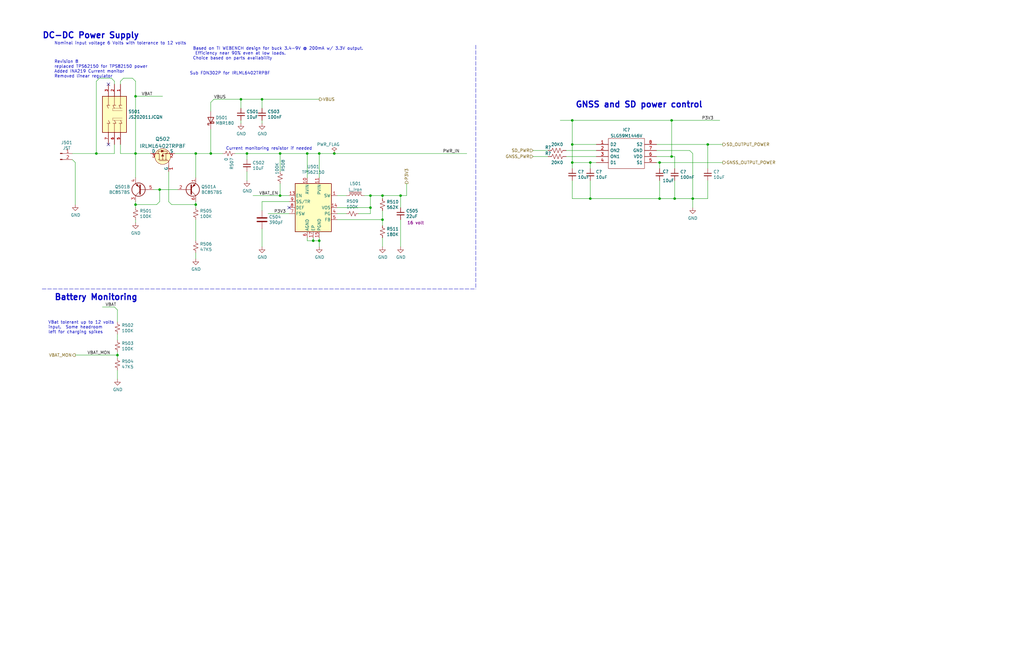
<source format=kicad_sch>
(kicad_sch (version 20211123) (generator eeschema)
  (paper "USLedger")
  (title_block (title "Sapphire Mini M2") (date "2022-09-26") (rev "1") (company "Southern Methodist Univ") (comment 1 "Chris Hayward"))
  (lib_symbols
    (symbol "Connector:Conn_01x02_Male" (pin_names (offset 1.016) hide)
      (property "Reference" "J501" (at 2.7432 4.5974 0))
      (property "Value" "JST" (at 2.7432 2.286 0))
      (symbol "Conn_01x02_Male_1_1"
        (polyline (pts (xy 1.27 -2.54) (xy 0.8636 -2.54)) (stroke (width 0.1524)))
        (polyline (pts (xy 1.27 0) (xy 0.8636 0)) (stroke (width 0.1524)))
        (rectangle (start 0.8636 -2.413) (end 0 -2.667) (stroke (width 0.1524)) (fill (type outline)))
        (rectangle (start 0.8636 0.127) (end 0 -0.127) (stroke (width 0.1524)) (fill (type outline)))
        (pin power_out line (at 5.08 0 180) (length 3.81) (name "Pin_1") (number "1"))
        (pin power_in line (at 5.08 -2.54 180) (length 3.81) (name "Pin_2") (number "2"))
      )
    )
    (symbol "Device:C" (pin_numbers hide) (pin_names (offset 0.254))
      (property "Reference" "C" (at 0.635 2.54 0))
      (property "Value" "C" (at 0.635 -2.54 0))
      (symbol "C_0_1"
        (polyline (pts (xy -2.032 -0.762) (xy 2.032 -0.762)) (stroke (width 0.508)))
        (polyline (pts (xy -2.032 0.762) (xy 2.032 0.762)) (stroke (width 0.508)))
      )
      (symbol "C_1_1"
        (pin passive line (at 0 3.81 270) (length 2.794) (name "~") (number "1"))
        (pin passive line (at 0 -3.81 90) (length 2.794) (name "~") (number "2"))
      )
    )
    (symbol "Device:C_Small" (pin_numbers hide) (pin_names (offset 0.254) hide)
      (property "Reference" "C" (at 0.254 1.778 0))
      (property "Value" "C_Small" (at 0.254 -2.032 0))
      (symbol "C_Small_0_1"
        (polyline (pts (xy -1.524 -0.508) (xy 1.524 -0.508)) (stroke (width 0.3302)))
        (polyline (pts (xy -1.524 0.508) (xy 1.524 0.508)) (stroke (width 0.3048)))
      )
      (symbol "C_Small_1_1"
        (pin passive line (at 0 2.54 270) (length 2.032) (name "~") (number "1"))
        (pin passive line (at 0 -2.54 90) (length 2.032) (name "~") (number "2"))
      )
    )
    (symbol "Device:L_Iron" (pin_numbers hide) (pin_names (offset 1.016) hide)
      (property "Reference" "L" (at -1.27 0 90))
      (property "Value" "L_Iron" (at 2.794 0 90))
      (symbol "L_Iron_0_1"
        (arc (start 0 -2.54) (mid 0.635 -1.905) (end 0 -1.27))
        (arc (start 0 -1.27) (mid 0.635 -0.635) (end 0 0))
        (polyline (pts (xy 1.016 2.54) (xy 1.016 -2.54)))
        (polyline (pts (xy 1.524 -2.54) (xy 1.524 2.54)))
        (arc (start 0 0) (mid 0.635 0.635) (end 0 1.27))
        (arc (start 0 1.27) (mid 0.635 1.905) (end 0 2.54))
      )
      (symbol "L_Iron_1_1"
        (pin passive line (at 0 3.81 270) (length 1.27) (name "1") (number "1"))
        (pin passive line (at 0 -3.81 90) (length 1.27) (name "2") (number "2"))
      )
    )
    (symbol "Device:R_Small_US" (pin_numbers hide) (pin_names (offset 0.254) hide)
      (property "Reference" "R" (at 0.762 0.508 0))
      (property "Value" "R_Small_US" (at 0.762 -1.016 0))
      (symbol "R_Small_US_1_1"
        (polyline (pts (xy 0 0) (xy 1.016 -0.381) (xy 0 -0.762) (xy -1.016 -1.143) (xy 0 -1.524)))
        (polyline (pts (xy 0 1.524) (xy 1.016 1.143) (xy 0 0.762) (xy -1.016 0.381) (xy 0 0)))
        (pin passive line (at 0 2.54 270) (length 1.016) (name "~") (number "1"))
        (pin passive line (at 0 -2.54 90) (length 1.016) (name "~") (number "2"))
      )
    )
    (symbol "Device:R_US" (pin_numbers hide) (pin_names (offset 0))
      (property "Reference" "R" (at 2.54 0 90))
      (property "Value" "R_US" (at -2.54 0 90))
      (symbol "R_US_0_1"
        (polyline (pts (xy 0 -2.286) (xy 0 -2.54)))
        (polyline (pts (xy 0 2.286) (xy 0 2.54)))
        (polyline (pts (xy 0 -0.762) (xy 1.016 -1.143) (xy 0 -1.524) (xy -1.016 -1.905) (xy 0 -2.286)))
        (polyline (pts (xy 0 0.762) (xy 1.016 0.381) (xy 0 0) (xy -1.016 -0.381) (xy 0 -0.762)))
        (polyline (pts (xy 0 2.286) (xy 1.016 1.905) (xy 0 1.524) (xy -1.016 1.143) (xy 0 0.762)))
      )
      (symbol "R_US_1_1"
        (pin passive line (at 0 3.81 270) (length 1.27) (name "~") (number "1"))
        (pin passive line (at 0 -3.81 90) (length 1.27) (name "~") (number "2"))
      )
    )
    (symbol "Diode:MBR0580" (pin_numbers hide) (pin_names (offset 1.016) hide)
      (property "Reference" "D" (at 0 2.54 0))
      (property "Value" "MBR0580" (at 0 -2.54 0))
      (symbol "MBR0580_0_1"
        (polyline (pts (xy 1.27 0) (xy -1.27 0)))
        (polyline (pts (xy 1.27 1.27) (xy 1.27 -1.27) (xy -1.27 0) (xy 1.27 1.27)) (stroke (width 0.254)))
        (polyline (pts (xy -1.905 0.635) (xy -1.905 1.27) (xy -1.27 1.27) (xy -1.27 -1.27) (xy -0.635 -1.27) (xy -0.635 -0.635)) (stroke (width 0.254)))
      )
      (symbol "MBR0580_1_1"
        (pin passive line (at -3.81 0 0) (length 2.54) (name "K") (number "1"))
        (pin passive line (at 3.81 0 180) (length 2.54) (name "A") (number "2"))
      )
    )
    (symbol "JS202011JCQN:JS202011JCQN" (pin_names (offset 1.016) hide)
      (property "Reference" "S" (at -7.62 6.35 0))
      (property "Value" "JS202011JCQN" (at -7.62 -6.35 0))
      (symbol "JS202011JCQN_0_0"
        (rectangle (start -7.62 -5.08) (end 7.62 5.08) (stroke (width 0.254)) (fill (type background)))
        (polyline (pts (xy -7.62 -2.54) (xy -3.81 -2.54)) (stroke (width 0.1524)))
        (polyline (pts (xy -7.62 0) (xy -3.81 0)) (stroke (width 0.1524)))
        (polyline (pts (xy -7.62 2.54) (xy -3.81 2.54)) (stroke (width 0.1524)))
        (polyline (pts (xy 7.62 -2.54) (xy 3.81 -2.54)) (stroke (width 0.1524)))
        (polyline (pts (xy 7.62 0) (xy 3.81 0)) (stroke (width 0.1524)))
        (polyline (pts (xy 7.62 2.54) (xy 3.81 2.54)) (stroke (width 0.1524)))
        (polyline (pts (xy -3.81 -1.905) (xy -3.81 -3.175) (xy -2.54 -2.54)) (stroke (width 0.1524)) (fill (type background)))
        (polyline (pts (xy -3.81 0.635) (xy -3.81 -0.635) (xy -2.54 0)) (stroke (width 0.1524)) (fill (type background)))
        (polyline (pts (xy -3.81 3.175) (xy -3.81 1.905) (xy -2.54 2.54)) (stroke (width 0.1524)) (fill (type background)))
        (polyline (pts (xy 3.81 -3.175) (xy 3.81 -1.905) (xy 2.54 -2.54)) (stroke (width 0.1524)) (fill (type background)))
        (polyline (pts (xy 3.81 -0.635) (xy 3.81 0.635) (xy 2.54 0)) (stroke (width 0.1524)) (fill (type background)))
        (polyline (pts (xy 3.81 1.905) (xy 3.81 3.175) (xy 2.54 2.54)) (stroke (width 0.1524)) (fill (type background)))
        (polyline (pts (xy -2.54 3.302) (xy -2.54 -0.762) (xy -1.524 -0.762) (xy -1.524 3.302)) (stroke (width 0.0254)) (fill (type background)))
        (polyline (pts (xy 1.524 3.302) (xy 1.524 -0.762) (xy 2.54 -0.762) (xy 2.54 3.302)) (stroke (width 0.0254)) (fill (type background)))
        (pin passive line (at -12.7 2.54 0) (length 5.08) (name "~") (number "1"))
        (pin passive line (at -12.7 0 0) (length 5.08) (name "~") (number "2"))
        (pin passive line (at -12.7 -2.54 0) (length 5.08) (name "~") (number "3"))
        (pin passive line (at 12.7 2.54 180) (length 5.08) (name "~") (number "5"))
        (pin passive line (at 12.7 0 180) (length 5.08) (name "~") (number "6"))
        (pin passive line (at 12.7 -2.54 180) (length 5.08) (name "~") (number "7"))
      )
    )
    (symbol "Regulator_Switching:TPS62150" (pin_names (offset 0.254))
      (property "Reference" "U" (at 3.81 13.97 0))
      (property "Value" "TPS62150" (at 3.81 11.43 0))
      (symbol "TPS62150_0_1"
        (rectangle (start -7.62 10.16) (end 7.62 -10.16) (stroke (width 0.254)) (fill (type background)))
      )
      (symbol "TPS62150_1_1"
        (pin output line (at 10.16 5.08 180) (length 2.54) (name "SW") (number "1"))
        (pin power_in line (at -2.54 12.7 270) (length 2.54) (name "AVIN") (number "10"))
        (pin power_in line (at 2.54 12.7 270) (length 2.54) (name "PVIN") (number "11"))
        (pin passive line (at 2.54 12.7 270) (length 2.54) hide (name "PVIN") (number "12"))
        (pin input line (at -10.16 5.08 0) (length 2.54) (name "EN") (number "13"))
        (pin input line (at 10.16 0 180) (length 2.54) (name "VOS") (number "14"))
        (pin power_in line (at 2.54 -12.7 90) (length 2.54) (name "PGND") (number "15"))
        (pin passive line (at 2.54 -12.7 90) (length 2.54) hide (name "PGND") (number "16"))
        (pin power_in line (at 0 -12.7 90) (length 2.54) (name "EP") (number "17"))
        (pin passive line (at 10.16 5.08 180) (length 2.54) hide (name "SW") (number "2"))
        (pin passive line (at 10.16 5.08 180) (length 2.54) hide (name "SW") (number "3"))
        (pin open_collector line (at 10.16 -2.54 180) (length 2.54) (name "PG") (number "4"))
        (pin input line (at 10.16 -5.08 180) (length 2.54) (name "FB") (number "5"))
        (pin power_in line (at -2.54 -12.7 90) (length 2.54) (name "AGND") (number "6"))
        (pin input line (at -10.16 -2.54 0) (length 2.54) (name "FSW") (number "7"))
        (pin input line (at -10.16 0 0) (length 2.54) (name "DEF") (number "8"))
        (pin input line (at -10.16 2.54 0) (length 2.54) (name "SS/TR") (number "9"))
      )
    )
    (symbol "SamacSys_Parts:SLG59M1446V" (pin_names (offset 0.762))
      (property "Reference" "IC" (at 21.59 7.62 0))
      (property "Value" "SLG59M1446V" (at 21.59 5.08 0))
      (symbol "SLG59M1446V_0_0"
        (pin passive line (at 0 0 0) (length 5.08) (name "D2") (number "1"))
        (pin passive line (at 0 -2.54 0) (length 5.08) (name "ON2") (number "2"))
        (pin passive line (at 0 -5.08 0) (length 5.08) (name "ON1") (number "3"))
        (pin passive line (at 0 -7.62 0) (length 5.08) (name "D1") (number "4"))
        (pin passive line (at 25.4 -7.62 180) (length 5.08) (name "S1") (number "5"))
        (pin passive line (at 25.4 -5.08 180) (length 5.08) (name "VDD") (number "6"))
        (pin passive line (at 25.4 -2.54 180) (length 5.08) (name "GND") (number "7"))
        (pin passive line (at 25.4 0 180) (length 5.08) (name "S2") (number "8"))
      )
      (symbol "SLG59M1446V_0_1"
        (polyline (pts (xy 5.08 2.54) (xy 20.32 2.54) (xy 20.32 -10.16) (xy 5.08 -10.16) (xy 5.08 2.54)) (stroke (width 0.1524)))
      )
    )
    (symbol "Transistor_BJT:BC857BS" (pin_names (offset 0) hide)
      (property "Reference" "Q" (at 5.08 1.27 0))
      (property "Value" "BC857BS" (at 5.08 -1.27 0))
      (symbol "BC857BS_0_1"
        (polyline (pts (xy 0.635 0) (xy -2.54 0)))
        (polyline (pts (xy 0.635 0.635) (xy 2.54 2.54)))
        (polyline (pts (xy 0.635 -0.635) (xy 2.54 -2.54) (xy 2.54 -2.54)))
        (polyline (pts (xy 0.635 1.905) (xy 0.635 -1.905) (xy 0.635 -1.905)) (stroke (width 0.508)))
        (polyline (pts (xy 2.286 -1.778) (xy 1.778 -2.286) (xy 1.27 -1.27) (xy 2.286 -1.778) (xy 2.286 -1.778)) (fill (type outline)))
        (circle (center 1.27 0) (radius 2.8194) (stroke (width 0.254)))
      )
      (symbol "BC857BS_1_1"
        (pin passive line (at 2.54 -5.08 90) (length 2.54) (name "E1") (number "1"))
        (pin input line (at -5.08 0 0) (length 2.54) (name "B1") (number "2"))
        (pin passive line (at 2.54 5.08 270) (length 2.54) (name "C1") (number "6"))
      )
      (symbol "BC857BS_2_1"
        (pin passive line (at 2.54 5.08 270) (length 2.54) (name "C2") (number "3"))
        (pin passive line (at 2.54 -5.08 90) (length 2.54) (name "E2") (number "4"))
        (pin input line (at -5.08 0 0) (length 2.54) (name "B2") (number "5"))
      )
    )
    (symbol "dk_Transistors-FETs-MOSFETs-Single:IRLML6402TRPBF" (pin_names (offset 0))
      (property "Reference" "Q" (at -2.6924 3.6322 0))
      (property "Value" "IRLML6402TRPBF" (at 3.4544 0 90))
      (symbol "IRLML6402TRPBF_0_1"
        (circle (center -1.27 0) (radius 3.302) (fill (type background)))
        (circle (center 0 -1.905) (radius 0.127))
        (circle (center 0 -1.397) (radius 0.127))
        (polyline (pts (xy 0 -1.397) (xy -2.54 -1.397)))
        (polyline (pts (xy -5.08 -2.54) (xy -3.048 -2.54) (xy -3.048 1.397)))
        (polyline (pts (xy 0 -2.54) (xy 0 0) (xy -2.54 0)))
        (polyline (pts (xy 0 2.54) (xy 0 1.397) (xy -2.54 1.397)))
        (polyline (pts (xy -0.127 -1.905) (xy 1.016 -1.905) (xy 1.016 1.397) (xy 1.016 1.905) (xy -0.127 1.905)))
        (circle (center 0 1.905) (radius 0.127))
      )
      (symbol "IRLML6402TRPBF_1_1"
        (polyline (pts (xy -2.54 -1.397) (xy -2.54 -1.905)))
        (polyline (pts (xy -2.54 -1.397) (xy -2.54 -0.889)))
        (polyline (pts (xy -2.54 0) (xy -2.54 -0.508)))
        (polyline (pts (xy -2.54 0) (xy -2.54 0.508)))
        (polyline (pts (xy -2.54 1.905) (xy -2.54 0.889)))
        (polyline (pts (xy 1.524 -0.2032) (xy 0.508 -0.2032)))
        (polyline (pts (xy -0.381 0) (xy -1.143 0.508) (xy -1.143 -0.508) (xy -0.381 0)) (fill (type outline)))
        (polyline (pts (xy 1.016 -0.254) (xy 1.524 0.508) (xy 0.508 0.508) (xy 1.016 -0.254)) (fill (type outline)))
        (pin bidirectional line (at -7.62 -2.54 0) (length 2.54) (name "G") (number "1"))
        (pin bidirectional line (at 0 -5.08 90) (length 2.54) (name "S") (number "2"))
        (pin bidirectional line (at 0 5.08 270) (length 2.54) (name "D") (number "3"))
      )
    )
    (symbol "power:GND" (power) (pin_names (offset 0))
      (property "Value" "GND" (at 0 -3.81 0))
      (symbol "GND_0_1"
        (polyline (pts (xy 0 0) (xy 0 -1.27) (xy 1.27 -1.27) (xy 0 -2.54) (xy -1.27 -1.27) (xy 0 -1.27)))
      )
      (symbol "GND_1_1"
        (pin power_in line (at 0 0 270) (length 0) hide (name "GND") (number "1"))
      )
    )
    (symbol "power:PWR_FLAG" (power) (pin_numbers hide) (pin_names (offset 0) hide)
      (property "Value" "PWR_FLAG" (at 0 3.81 0))
      (symbol "PWR_FLAG_0_0"
        (pin power_out line (at 0 0 90) (length 0) (name "pwr") (number "1"))
      )
      (symbol "PWR_FLAG_0_1"
        (polyline (pts (xy 0 0) (xy 0 1.27) (xy -1.016 1.905) (xy 0 2.54) (xy 1.016 1.905) (xy 0 1.27)))
      )
    )
  )
  (junction (at 134.62 101.6))
  (junction (at 241.3 50.8))
  (junction (at 248.92 68.58))
  (junction (at 298.45 60.96))
  (junction (at 57.15 86.36))
  (junction (at 129.54 64.77))
  (junction (at 101.6 41.91))
  (junction (at 156.21 87.63))
  (junction (at 118.11 82.55))
  (junction (at 57.15 64.77))
  (junction (at 248.92 83.82))
  (junction (at 82.55 64.77))
  (junction (at 104.14 64.77))
  (junction (at 283.21 50.8))
  (junction (at 241.3 68.58))
  (junction (at 67.31 80.01))
  (junction (at 168.91 82.55))
  (junction (at 132.08 101.6))
  (junction (at 278.13 83.82))
  (junction (at 82.55 86.36))
  (junction (at 241.3 60.96))
  (junction (at 161.29 92.71))
  (junction (at 40.64 64.77))
  (junction (at 283.21 66.04))
  (junction (at 49.53 149.86))
  (junction (at 161.29 82.55))
  (junction (at 156.21 82.55))
  (junction (at 278.13 68.58))
  (junction (at 118.11 64.77))
  (junction (at 292.1 83.82))
  (junction (at 284.48 83.82))
  (junction (at 140.97 64.77))
  (junction (at 110.49 41.91))
  (junction (at 134.62 64.77))
  (junction (at 57.15 40.64))
  (junction (at 88.9 64.77))
  (no_connect (at 45.72 60.96))
  (no_connect (at 45.72 35.56))
  (no_connect (at 121.92 87.63))
  (wire (pts (xy 283.21 66.04) (xy 283.21 50.8)))
  (wire (pts (xy 67.31 85.09) (xy 67.31 80.01)))
  (wire (pts (xy 284.48 76.2) (xy 284.48 83.82)))
  (wire (pts (xy 241.3 60.96) (xy 241.3 68.58)))
  (wire (pts (xy 110.49 88.9) (xy 110.49 85.09)))
  (wire (pts (xy 110.49 41.91) (xy 134.62 41.91)))
  (wire (pts (xy 118.11 77.47) (xy 118.11 82.55)))
  (wire (pts (xy 140.97 64.77) (xy 196.85 64.77)))
  (wire (pts (xy 171.45 82.55) (xy 171.45 77.47)))
  (wire (pts (xy 121.92 82.55) (xy 118.11 82.55)))
  (wire (pts (xy 99.06 64.77) (xy 104.14 64.77)))
  (wire (pts (xy 248.92 68.58) (xy 251.46 68.58)))
  (wire (pts (xy 66.04 86.36) (xy 67.31 85.09)))
  (wire (pts (xy 298.45 71.12) (xy 298.45 60.96)))
  (wire (pts (xy 57.15 40.64) (xy 57.15 64.77)))
  (wire (pts (xy 298.45 60.96) (xy 304.8 60.96)))
  (wire (pts (xy 110.49 85.09) (xy 121.92 85.09)))
  (wire (pts (xy 31.75 68.58) (xy 31.75 86.36)))
  (wire (pts (xy 104.14 72.39) (xy 104.14 76.2)))
  (wire (pts (xy 82.55 106.68) (xy 82.55 109.22)))
  (wire (pts (xy 153.67 82.55) (xy 156.21 82.55)))
  (wire (pts (xy 284.48 66.04) (xy 284.48 71.12)))
  (wire (pts (xy 55.88 33.02) (xy 57.15 34.29)))
  (wire (pts (xy 52.07 33.02) (xy 55.88 33.02)))
  (wire (pts (xy 248.92 71.12) (xy 248.92 68.58)))
  (wire (pts (xy 64.77 80.01) (xy 67.31 80.01)))
  (wire (pts (xy 104.14 64.77) (xy 104.14 67.31)))
  (wire (pts (xy 48.26 35.56) (xy 48.26 34.29)))
  (wire (pts (xy 82.55 74.93) (xy 82.55 64.77)))
  (wire (pts (xy 292.1 64.77) (xy 292.1 83.82)))
  (wire (pts (xy 48.26 34.29) (xy 46.99 33.02)))
  (wire (pts (xy 278.13 76.2) (xy 278.13 83.82)))
  (wire (pts (xy 129.54 74.93) (xy 129.54 64.77)))
  (wire (pts (xy 40.64 34.29) (xy 40.64 64.77)))
  (wire (pts (xy 134.62 101.6) (xy 134.62 104.14)))
  (wire (pts (xy 118.11 72.39) (xy 118.11 64.77)))
  (wire (pts (xy 50.8 35.56) (xy 50.8 34.29)))
  (wire (pts (xy 46.99 33.02) (xy 41.91 33.02)))
  (wire (pts (xy 241.3 60.96) (xy 251.46 60.96)))
  (wire (pts (xy 168.91 92.71) (xy 168.91 104.14)))
  (wire (pts (xy 283.21 66.04) (xy 284.48 66.04)))
  (wire (pts (xy 129.54 101.6) (xy 132.08 101.6)))
  (wire (pts (xy 118.11 64.77) (xy 129.54 64.77)))
  (wire (pts (xy 241.3 76.2) (xy 241.3 83.82)))
  (wire (pts (xy 236.22 50.8) (xy 241.3 50.8)))
  (wire (pts (xy 41.91 33.02) (xy 40.64 34.29)))
  (wire (pts (xy 57.15 86.36) (xy 66.04 86.36)))
  (wire (pts (xy 161.29 92.71) (xy 161.29 95.25)))
  (wire (pts (xy 292.1 87.63) (xy 292.1 83.82)))
  (wire (pts (xy 161.29 82.55) (xy 168.91 82.55)))
  (wire (pts (xy 132.08 100.33) (xy 132.08 101.6)))
  (wire (pts (xy 50.8 34.29) (xy 52.07 33.02)))
  (polyline (pts (xy 200.66 19.05) (xy 200.66 121.92)))
  (wire (pts (xy 101.6 41.91) (xy 101.6 45.72)))
  (wire (pts (xy 110.49 52.07) (xy 110.49 50.8)))
  (wire (pts (xy 57.15 93.98) (xy 57.15 92.71)))
  (wire (pts (xy 48.26 64.77) (xy 48.26 60.96)))
  (wire (pts (xy 276.86 60.96) (xy 298.45 60.96)))
  (wire (pts (xy 161.29 82.55) (xy 161.29 83.82)))
  (wire (pts (xy 49.53 160.02) (xy 49.53 156.21)))
  (wire (pts (xy 30.48 67.31) (xy 31.75 68.58)))
  (wire (pts (xy 168.91 82.55) (xy 171.45 82.55)))
  (wire (pts (xy 72.39 86.36) (xy 82.55 86.36)))
  (wire (pts (xy 156.21 90.17) (xy 156.21 87.63)))
  (wire (pts (xy 73.66 64.77) (xy 82.55 64.77)))
  (wire (pts (xy 134.62 64.77) (xy 140.97 64.77)))
  (wire (pts (xy 238.76 63.5) (xy 251.46 63.5)))
  (wire (pts (xy 101.6 52.07) (xy 101.6 50.8)))
  (wire (pts (xy 49.53 140.97) (xy 49.53 143.51)))
  (wire (pts (xy 132.08 101.6) (xy 134.62 101.6)))
  (wire (pts (xy 278.13 83.82) (xy 284.48 83.82)))
  (wire (pts (xy 90.17 41.91) (xy 101.6 41.91)))
  (wire (pts (xy 31.75 149.86) (xy 49.53 149.86)))
  (wire (pts (xy 88.9 64.77) (xy 93.98 64.77)))
  (wire (pts (xy 88.9 43.18) (xy 90.17 41.91)))
  (wire (pts (xy 292.1 83.82) (xy 298.45 83.82)))
  (wire (pts (xy 142.24 82.55) (xy 146.05 82.55)))
  (wire (pts (xy 134.62 100.33) (xy 134.62 101.6)))
  (wire (pts (xy 248.92 83.82) (xy 278.13 83.82)))
  (wire (pts (xy 71.12 85.09) (xy 72.39 86.36)))
  (wire (pts (xy 110.49 45.72) (xy 110.49 41.91)))
  (wire (pts (xy 88.9 54.61) (xy 88.9 64.77)))
  (wire (pts (xy 241.3 68.58) (xy 248.92 68.58)))
  (wire (pts (xy 40.64 64.77) (xy 48.26 64.77)))
  (wire (pts (xy 156.21 82.55) (xy 161.29 82.55)))
  (wire (pts (xy 82.55 64.77) (xy 88.9 64.77)))
  (wire (pts (xy 276.86 66.04) (xy 283.21 66.04)))
  (wire (pts (xy 57.15 34.29) (xy 57.15 40.64)))
  (wire (pts (xy 82.55 87.63) (xy 82.55 86.36)))
  (wire (pts (xy 71.12 72.39) (xy 71.12 85.09)))
  (wire (pts (xy 248.92 76.2) (xy 248.92 83.82)))
  (wire (pts (xy 57.15 64.77) (xy 63.5 64.77)))
  (wire (pts (xy 57.15 87.63) (xy 57.15 86.36)))
  (wire (pts (xy 284.48 83.82) (xy 292.1 83.82)))
  (wire (pts (xy 48.26 129.54) (xy 49.53 130.81)))
  (wire (pts (xy 276.86 68.58) (xy 278.13 68.58)))
  (wire (pts (xy 82.55 86.36) (xy 82.55 85.09)))
  (wire (pts (xy 290.83 63.5) (xy 292.1 64.77)))
  (wire (pts (xy 241.3 68.58) (xy 241.3 71.12)))
  (wire (pts (xy 241.3 83.82) (xy 248.92 83.82)))
  (wire (pts (xy 241.3 50.8) (xy 283.21 50.8)))
  (wire (pts (xy 142.24 92.71) (xy 161.29 92.71)))
  (wire (pts (xy 161.29 100.33) (xy 161.29 104.14)))
  (wire (pts (xy 129.54 64.77) (xy 134.62 64.77)))
  (wire (pts (xy 278.13 68.58) (xy 278.13 71.12)))
  (wire (pts (xy 121.92 90.17) (xy 113.03 90.17)))
  (polyline (pts (xy 17.78 121.92) (xy 200.66 121.92)))
  (wire (pts (xy 224.79 63.5) (xy 231.14 63.5)))
  (wire (pts (xy 57.15 74.93) (xy 57.15 64.77)))
  (wire (pts (xy 283.21 50.8) (xy 303.53 50.8)))
  (wire (pts (xy 224.79 66.04) (xy 231.14 66.04)))
  (wire (pts (xy 101.6 41.91) (xy 110.49 41.91)))
  (wire (pts (xy 67.31 80.01) (xy 74.93 80.01)))
  (wire (pts (xy 238.76 66.04) (xy 251.46 66.04)))
  (wire (pts (xy 104.14 64.77) (xy 118.11 64.77)))
  (wire (pts (xy 49.53 149.86) (xy 49.53 151.13)))
  (wire (pts (xy 30.48 64.77) (xy 40.64 64.77)))
  (wire (pts (xy 276.86 63.5) (xy 290.83 63.5)))
  (wire (pts (xy 156.21 87.63) (xy 142.24 87.63)))
  (wire (pts (xy 241.3 60.96) (xy 241.3 50.8)))
  (wire (pts (xy 57.15 64.77) (xy 50.8 64.77)))
  (wire (pts (xy 57.15 40.64) (xy 68.58 40.64)))
  (wire (pts (xy 156.21 82.55) (xy 156.21 87.63)))
  (wire (pts (xy 43.18 129.54) (xy 48.26 129.54)))
  (wire (pts (xy 57.15 86.36) (xy 57.15 85.09)))
  (wire (pts (xy 50.8 64.77) (xy 50.8 60.96)))
  (wire (pts (xy 134.62 64.77) (xy 134.62 74.93)))
  (wire (pts (xy 168.91 82.55) (xy 168.91 87.63)))
  (wire (pts (xy 106.68 82.55) (xy 118.11 82.55)))
  (wire (pts (xy 110.49 104.14) (xy 110.49 96.52)))
  (wire (pts (xy 298.45 76.2) (xy 298.45 83.82)))
  (wire (pts (xy 49.53 130.81) (xy 49.53 135.89)))
  (wire (pts (xy 49.53 148.59) (xy 49.53 149.86)))
  (wire (pts (xy 142.24 90.17) (xy 146.05 90.17)))
  (wire (pts (xy 151.13 90.17) (xy 156.21 90.17)))
  (wire (pts (xy 129.54 100.33) (xy 129.54 101.6)))
  (wire (pts (xy 82.55 92.71) (xy 82.55 101.6)))
  (wire (pts (xy 88.9 46.99) (xy 88.9 43.18)))
  (wire (pts (xy 161.29 88.9) (xy 161.29 92.71)))
  (wire (pts (xy 278.13 68.58) (xy 304.8 68.58)))
  (text "Current monitoring resistor if needed" (at 95.25 63.5 0) (effects (font (size 1.27 1.27)) (justify left bottom)))
  (text "DC-DC Power Supply" (at 17.78 16.51 0) (effects (font (size 2.5 2.5) (thickness 0.5) bold) (justify left bottom)))
  (text "VBat tolerant up to 12 volts\ninput.  Some headroom \nleft for charging spikes" (at 20.32 140.97 0) (effects (font (size 1.27 1.27)) (justify left bottom)))
  (text "Battery Monitoring\n" (at 22.86 127 0) (effects (font (size 2.5 2.5) (thickness 0.5) bold) (justify left bottom)))
  (text "Revision 8\nreplaced TPS62150 for TPS82150 power\nAdded INA219 Current monitor\nRemoved linear regulator" (at 22.86 33.02 0) (effects (font (size 1.27 1.27)) (justify left bottom)))
  (text "Nominal input voltage 6 Volts with tolerance to 12 volts\n" (at 22.86 19.05 0) (effects (font (size 1.27 1.27)) (justify left bottom)))
  (text "Sub FDN302P for IRLML6402TRPBF" (at 80.01 31.75 0) (effects (font (size 1.27 1.27)) (justify left bottom)))
  (text "GNSS and SD power control" (at 242.57 45.72 0) (effects (font (size 2.5 2.5) (thickness 0.5) bold) (justify left bottom)))
  (text "Based on TI WEBENCH design for buck 3.4-9V @ 200mA w/ 3.3V output. \n Efficiency near 90% even at low loads.  \nChoice based on parts availability\n" (at 81.28 25.4 0) (effects (font (size 1.27 1.27)) (justify left bottom)))
  (label "VBAT_MON" (at 36.83 149.86 0))
  (label "PWR_IN" (at 186.69 64.77 0))
  (label "P3V3" (at 295.91 50.8 0))
  (label "VBAT_EN" (at 109.22 82.55 0))
  (label "P3V3" (at 115.57 90.17 0))
  (label "VBAT" (at 44.45 129.54 0))
  (label "VBAT" (at 59.69 40.64 0))
  (label "VBUS" (at 90.17 41.91 0))
  (hierarchical_label "SD_OUTPUT_POWER" (shape output) (at 304.8 60.96 0))
  (hierarchical_label "GNSS_OUTPUT_POWER" (shape output) (at 304.8 68.58 0))
  (hierarchical_label "SD_PWR" (shape input) (at 224.79 63.5 180))
  (hierarchical_label "VBUS" (shape output) (at 134.62 41.91 0))
  (hierarchical_label "P3V3" (shape output) (at 171.45 77.47 90))
  (hierarchical_label "VBAT_MON" (shape output) (at 31.75 149.86 180))
  (hierarchical_label "GNSS_PWR" (shape input) (at 224.79 66.04 180))
  (symbol (lib_id "Connector:Conn_01x02_Male") (at 25.4 64.77 0) (unit 1)
    (property "Reference" "J501" (at 28.1432 60.1726 0))
    (property "Value" "JST" (at 28.1432 62.484 0))
    (property "Footprint" "Connector_JST:JST_PH_S2B-PH-SM4-TB_1x02-1MP_P2.00mm_Horizontal" (effects hide))
    (property "DigiKey Price" "0.58" (effects hide))
    (property "MPN" "JST S2B-PH-SM4-TB(LF)(SN)" (effects hide))
    (property "Manufacturer" "JST" (effects hide))
    (property "Populate" "1" (effects hide))
    (property "MacroFab_PN" "JST S2B-PH-SM4-TB(LF)(SN)" (effects hide))
    (property "Digi-Key_PN" "455-1749-1-ND" (effects hide))
    (property "Distributor" "Digikey" (effects hide))
    (property "DPN" "455-1749-1-ND" (effects hide))
    (property "Description" "Connector Header Surface Mount, Right Angle 2 position 0.079\" (2.00mm)" (effects hide))
    (property "OnHand" "120" (effects hide))
  )
  (symbol (lib_id "power:GND") (at 31.75 86.36 0) (unit 1)
    (property "Reference" "#PWR0501" (effects hide))
    (property "Value" "GND" (at 31.877 90.7542 0))
  )
  (symbol (lib_id "Device:C_Small") (at 168.91 90.17 0) (unit 1)
    (property "Reference" "C505" (at 171.2468 89.0016 0) (effects (justify left)))
    (property "Value" "22uF" (at 171.2468 91.313 0) (effects (justify left)))
    (property "Footprint" "Capacitor_SMD:C_1206_3216Metric" (effects hide))
    (property "Voltage" "16" (effects hide))
    (property "MPN" "CL21A226MAYNNNE" (effects hide))
    (property "DigiKey Price" "0.42" (effects hide))
    (property "Manufacturer" "Samsung" (effects hide))
    (property "Voltage Rating (DC)" "16 volt" (at 175.26 93.98 0))
    (property "Populate" "1" (effects hide))
    (property "MacroFab_PN" "CC1206ZKY5V7BB226" (effects hide))
    (property "Digi-Key_PN" "445-12847-1-ND" (effects hide))
    (property "Tolerance" "20%" (effects hide))
    (property "Distributor" "Digikey" (effects hide))
    (property "DPN" "1276-2728-1-ND" (effects hide))
    (property "Description" "22 µF ±20% 25V Ceramic Capacitor X5R 0805 (2012 Metric)" (effects hide))
  )
  (symbol (lib_id "Transistor_BJT:BC857BS") (at 59.69 80.01 180) (unit 2)
    (property "Reference" "Q501" (at 54.8386 78.8416 0) (effects (justify left)))
    (property "Value" "BC857BS" (at 54.8386 81.153 0) (effects (justify left)))
    (property "Footprint" "Package_TO_SOT_SMD:SOT-363_SC-70-6" (effects hide))
    (property "Datasheet" "https://assets.nexperia.com/documents/data-sheet/BC857BS.pdf" (effects hide))
    (property "DigiKey Price" "0.24" (effects hide))
    (property "MPN" "BC857BDW1T1G" (effects hide))
    (property "Manufacturer" "On Semiconductor" (effects hide))
    (property "Populate" "1" (effects hide))
    (property "MacroFab_PN" "BC857BDW1T1G" (effects hide))
    (property "Digi-Key_PN" "SBC857BDW1T1GOSCT-ND" (effects hide))
    (property "Distributor" "Digikey" (effects hide))
    (property "DPN" "SBC857BDW1T1GOSCT-ND" (effects hide))
    (property "Description" "Bipolar (BJT) Transistor Array 2 PNP (Dual) 45V 100mA 100MHz 380mW Surface Mount SC-88/SC70-6/SOT-363" (effects hide))
    (property "OnHand" "110" (effects hide))
  )
  (symbol (lib_id "Transistor_BJT:BC857BS") (at 80.01 80.01 0) (mirror x) (unit 1)
    (property "Reference" "Q501" (at 84.836 78.8416 0) (effects (justify left)))
    (property "Value" "BC857BS" (at 84.836 81.153 0) (effects (justify left)))
    (property "Footprint" "Package_TO_SOT_SMD:SOT-363_SC-70-6" (effects hide))
    (property "Datasheet" "https://assets.nexperia.com/documents/data-sheet/BC857BS.pdf" (effects hide))
    (property "DigiKey Price" "0.24" (effects hide))
    (property "MPN" "BC857BDW1T1G" (effects hide))
    (property "Manufacturer" "On Semiconductor" (effects hide))
    (property "Populate" "1" (effects hide))
    (property "MacroFab_PN" "BC857BDW1T1G" (effects hide))
    (property "Digi-Key_PN" "SBC857BDW1T1GOSCT-ND" (effects hide))
    (property "Distributor" "Digikey" (effects hide))
    (property "DPN" "SBC857BDW1T1GOSCT-ND" (effects hide))
    (property "Description" "Bipolar (BJT) Transistor Array 2 PNP (Dual) 45V 100mA 100MHz 380mW Surface Mount SC-88/SC70-6/SOT-363" (effects hide))
    (property "OnHand" "110" (effects hide))
  )
  (symbol (lib_id "Device:R_Small_US") (at 57.15 90.17 0) (unit 1)
    (property "Reference" "R501" (at 58.8772 89.0016 0) (effects (justify left)))
    (property "Value" "100K" (at 58.8772 91.313 0) (effects (justify left)))
    (property "Footprint" "Resistor_SMD:R_0603_1608Metric" (effects hide))
    (property "MPN" "CRCW0603100KFKEAC" (effects hide))
    (property "DigiKey Price" "0.05" (effects hide))
    (property "Manufacturer" "Vishay" (effects hide))
    (property "Tolerance" "5%" (effects hide))
    (property "Populate" "1" (effects hide))
    (property "MacroFab_PN" "MF-RES-0603-100K" (effects hide))
    (property "Digi-Key_PN" "541-3950-1-ND" (effects hide))
    (property "Distributor" "Digikey" (effects hide))
    (property "DPN" "541-3950-1-ND" (effects hide))
    (property "Description" "100 kOhms ±1% 0.1W, 1/10W Chip Resistor 0603" (effects hide))
  )
  (symbol (lib_id "Device:R_Small_US") (at 82.55 90.17 0) (unit 1)
    (property "Reference" "R505" (at 84.2772 89.0016 0) (effects (justify left)))
    (property "Value" "100K" (at 84.2772 91.313 0) (effects (justify left)))
    (property "Footprint" "Resistor_SMD:R_0603_1608Metric" (effects hide))
    (property "MPN" "CRCW0603100KFKEAC" (effects hide))
    (property "DigiKey Price" "0.05" (effects hide))
    (property "Manufacturer" "Vishay" (effects hide))
    (property "Tolerance" "5%" (effects hide))
    (property "Populate" "1" (effects hide))
    (property "MacroFab_PN" "MF-RES-0603-100K" (effects hide))
    (property "Digi-Key_PN" "541-3950-1-ND" (effects hide))
    (property "Distributor" "Digikey" (effects hide))
    (property "DPN" "541-3950-1-ND" (effects hide))
    (property "Description" "100 kOhms ±1% 0.1W, 1/10W Chip Resistor 0603" (effects hide))
  )
  (symbol (lib_id "power:GND") (at 57.15 93.98 0) (unit 1)
    (property "Reference" "#PWR0502" (effects hide))
    (property "Value" "GND" (at 57.277 98.3742 0))
  )
  (symbol (lib_id "power:GND") (at 82.55 109.22 0) (unit 1)
    (property "Reference" "#PWR0504" (effects hide))
    (property "Value" "GND" (at 82.677 113.6142 0))
  )
  (symbol (lib_id "Diode:MBR0580") (at 88.9 50.8 90) (unit 1)
    (property "Reference" "D501" (at 90.9066 49.6316 90) (effects (justify right)))
    (property "Value" "MBR180" (at 90.9066 51.943 90) (effects (justify right)))
    (property "Footprint" "Diode_SMD:D_SOD-123" (effects hide))
    (property "Datasheet" "http://www.mccsemi.com/up_pdf/MBR0520~MBR0580(SOD123).pdf" (effects hide))
    (property "DigiKey Price" "0.29" (effects hide))
    (property "MPN" "MBR180S1-7" (effects hide))
    (property "Manufacturer" "Diodes Inc" (effects hide))
    (property "Populate" "1" (effects hide))
    (property "MacroFab_PN" "MBR180S1-7" (effects hide))
    (property "Digi-Key_PN" "MBR180S1-7DICT-ND " (effects hide))
    (property "Distributor" "Digikey" (effects hide))
    (property "DPN" "MBR180S1-7DICT-ND " (effects hide))
    (property "Description" "Diode Schottky 80 V 1A Surface Mount SOD-123" (effects hide))
    (property "OnHand" "110" (effects hide))
  )
  (symbol (lib_id "Device:C_Small") (at 110.49 48.26 0) (unit 1)
    (property "Reference" "C503" (at 112.8268 47.0916 0) (effects (justify left)))
    (property "Value" "100nF" (at 112.8268 49.403 0) (effects (justify left)))
    (property "Footprint" "Capacitor_SMD:C_0603_1608Metric" (effects hide))
    (property "DigiKey Price" "0.10" (effects hide))
    (property "MPN" "CL05A104KA5NNNC" (effects hide))
    (property "Manufacturer" "Samsung" (effects hide))
    (property "Tolerance" "10%" (effects hide))
    (property "Voltage" "25" (effects hide))
    (property "Voltage Rating (DC)" "25 volt" (effects hide))
    (property "Populate" "1" (effects hide))
    (property "MacroFab_PN" "MF-CAP-0603-0.1uF" (effects hide))
    (property "Digi-Key_PN" "1276-1006-1-ND " (effects hide))
    (property "Distributor" "Digikey" (effects hide))
    (property "DPN" "1276-1006-1-ND " (effects hide))
    (property "Description" "0.1 µF ±10% 25V Ceramic Capacitor X5R 0402 (1005 Metric)" (effects hide))
  )
  (symbol (lib_id "power:GND") (at 101.6 52.07 0) (unit 1)
    (property "Reference" "#PWR0505" (effects hide))
    (property "Value" "GND" (at 101.727 56.4642 0))
  )
  (symbol (lib_id "power:GND") (at 110.49 52.07 0) (unit 1)
    (property "Reference" "#PWR0507" (effects hide))
    (property "Value" "GND" (at 110.617 56.4642 0))
  )
  (symbol (lib_id "Device:R_Small_US") (at 82.55 104.14 0) (unit 1)
    (property "Reference" "R506" (at 84.2772 102.9716 0) (effects (justify left)))
    (property "Value" "47K5" (at 84.2772 105.283 0) (effects (justify left)))
    (property "Footprint" "Resistor_SMD:R_0603_1608Metric" (effects hide))
    (property "DigiKey Price" "0.10" (effects hide))
    (property "Manufacturer" "Vishay" (effects hide))
    (property "MPN" "CRCW060347K5FKEAC" (effects hide))
    (property "Tolerance" "1%" (effects hide))
    (property "Populate" "1" (effects hide))
    (property "MacroFab_PN" "CRCW060347K5FKEAC" (effects hide))
    (property "Digi-Key_PN" "541-4050-1-ND" (effects hide))
    (property "Distributor" "Digikey" (effects hide))
    (property "DPN" "541-4050-1-ND" (effects hide))
    (property "Description" "47.5 kOhms ±1% 0.1W, 1/10W Chip Resistor 0603" (effects hide))
  )
  (symbol (lib_id "power:PWR_FLAG") (at 140.97 64.77 0) (unit 1)
    (property "Reference" "#FLG0501" (effects hide))
    (property "Value" "PWR_FLAG" (at 138.43 60.96 0))
  )
  (symbol (lib_id "Device:C_Small") (at 104.14 69.85 0) (unit 1)
    (property "Reference" "C502" (at 106.4768 68.6816 0) (effects (justify left)))
    (property "Value" "10uF" (at 106.4768 70.993 0) (effects (justify left)))
    (property "Footprint" "Capacitor_SMD:C_0805_2012Metric" (effects hide))
    (property "Voltage Rating (DC)" "16 volt" (effects hide))
    (property "MPN" "CL21A106KAYNNNE" (effects hide))
    (property "Manufacturer" "MuRata" (effects hide))
    (property "Voltage" "16" (effects hide))
    (property "Populate" "1" (effects hide))
    (property "Digi-Key_PN" "490-10748-1-ND" (effects hide))
    (property "Distributor" "Digikey" (effects hide))
    (property "DPN" "490-10748-1-ND" (effects hide))
    (property "Description" "10 µF ±10% 25V Ceramic Capacitor X5R 0805 (2012 Metric)" (effects hide))
  )
  (symbol (lib_id "Device:C_Small") (at 101.6 48.26 0) (unit 1)
    (property "Reference" "C501" (at 103.9368 47.0916 0) (effects (justify left)))
    (property "Value" "10uF" (at 103.9368 49.403 0) (effects (justify left)))
    (property "Footprint" "Capacitor_SMD:C_0805_2012Metric" (effects hide))
    (property "Voltage Rating (DC)" "25 volt" (effects hide))
    (property "MPN" "CL21A106KAYNNNE" (effects hide))
    (property "Manufacturer" "MuRata" (effects hide))
    (property "Voltage" "25" (effects hide))
    (property "Populate" "1" (effects hide))
    (property "Digi-Key_PN" "490-10748-1-ND" (effects hide))
    (property "Distributor" "Digikey" (effects hide))
    (property "DPN" "490-10748-1-ND" (effects hide))
    (property "Description" "10 µF ±10% 25V Ceramic Capacitor X5R 0805 (2012 Metric)" (effects hide))
  )
  (symbol (lib_id "Regulator_Switching:TPS62150") (at 132.08 87.63 0) (unit 1)
    (property "Reference" "U501" (at 132.08 70.3326 0))
    (property "Value" "TPS62150" (at 132.08 72.644 0))
    (property "Footprint" "Package_DFN_QFN:VQFN-16-1EP_3x3mm_P0.5mm_EP1.68x1.68mm_ThermalVias" (effects hide))
    (property "Datasheet" "http://www.ti.com/lit/ds/symlink/TPS62150.pdf" (effects hide))
    (property "Manufacturer" "Texas Instruments" (effects hide))
    (property "DPN" "296-30007-1-ND" (effects hide))
    (property "MPN" "TPS62150RGTT" (effects hide))
    (property "Populate" "1" (effects hide))
    (property "Description" "Buck Switching Regulator IC Positive Adjustable 0.9V 1 Output 1A 16-VFQFN Exposed Pad" (effects hide))
    (property "Digi-Key_PN" "296-30007-1-ND" (effects hide))
    (property "OnHand" "110" (effects hide))
    (property "Status" "MiniReel" (effects hide))
    (property "Distributor" "Digikey" (effects hide))
  )
  (symbol (lib_id "Device:C") (at 110.49 92.71 0) (unit 1)
    (property "Reference" "C504" (at 113.411 91.5416 0) (effects (justify left)))
    (property "Value" "390pF" (at 113.411 93.853 0) (effects (justify left)))
    (property "Footprint" "Capacitor_SMD:C_0603_1608Metric" (effects hide))
    (property "MPN" "CL10C391JB81PNC" (effects hide))
    (property "Manufacturer" "Samsung" (effects hide))
    (property "DPN" "1276-2284-1-ND" (effects hide))
    (property "Populate" "1" (effects hide))
    (property "Description" "390 pF ±5% 50V Ceramic Capacitor C0G, NP0 0603" (effects hide))
    (property "Digi-Key_PN" "1276-2284-1-ND" (effects hide))
    (property "Distributor" "Digikey" (effects hide))
  )
  (symbol (lib_id "Device:R_Small_US") (at 148.59 90.17 270) (unit 1)
    (property "Reference" "R509" (at 148.59 84.963 90))
    (property "Value" "100K" (at 148.59 87.2744 90))
    (property "Footprint" "Resistor_SMD:R_0603_1608Metric" (effects hide))
    (property "DPN" "541-3950-1-ND" (effects hide))
    (property "MPN" "CRCW0603100KFKEAC" (effects hide))
    (property "Manufacturer" "Vishay" (effects hide))
    (property "Populate" "1" (effects hide))
    (property "Description" "100 kOhms ±1% 0.1W, 1/10W Chip Resistor 0603" (effects hide))
    (property "Digi-Key_PN" "541-3950-1-ND" (effects hide))
    (property "Distributor" "Digikey" (effects hide))
  )
  (symbol (lib_id "Device:R_Small_US") (at 161.29 86.36 0) (unit 1)
    (property "Reference" "R510" (at 163.0172 85.1916 0) (effects (justify left)))
    (property "Value" "562K" (at 163.0172 87.503 0) (effects (justify left)))
    (property "Footprint" "Resistor_SMD:R_0603_1608Metric" (effects hide))
    (property "DPN" "541-562KHCT-ND" (effects hide))
    (property "MPN" "CRCW0603562KFKEA" (effects hide))
    (property "Populate" "1" (effects hide))
    (property "Manufacturer" "Vishay" (effects hide))
    (property "Description" "562 kOhms ±1% 0.1W, 1/10W Chip Resistor 0603 " (effects hide))
    (property "Digi-Key_PN" "541-562KHCT-ND" (effects hide))
    (property "Distributor" "Digikey" (effects hide))
  )
  (symbol (lib_id "Device:R_Small_US") (at 161.29 97.79 0) (unit 1)
    (property "Reference" "R511" (at 163.0172 96.6216 0) (effects (justify left)))
    (property "Value" "180K" (at 163.0172 98.933 0) (effects (justify left)))
    (property "Footprint" "Resistor_SMD:R_0603_1608Metric" (effects hide))
    (property "MPN" "CRCW0603180KFKEAC" (effects hide))
    (property "Manufacturer" "Vishay" (effects hide))
    (property "DPN" "541-5203-1-ND " (effects hide))
    (property "Populate" "1" (effects hide))
    (property "Description" "180 kOhms ±1% 0.1W, 1/10W Chip Resistor 0603" (effects hide))
    (property "Digi-Key_PN" "541-5203-1-ND" (effects hide))
    (property "Distributor" "Digikey" (effects hide))
  )
  (symbol (lib_id "power:GND") (at 134.62 104.14 0) (unit 1)
    (property "Reference" "#PWR0509" (effects hide))
    (property "Value" "GND" (at 134.747 108.5342 0))
  )
  (symbol (lib_id "power:GND") (at 161.29 104.14 0) (unit 1)
    (property "Reference" "#PWR0510" (effects hide))
    (property "Value" "GND" (at 161.417 108.5342 0))
  )
  (symbol (lib_id "power:GND") (at 168.91 104.14 0) (unit 1)
    (property "Reference" "#PWR0511" (effects hide))
    (property "Value" "GND" (at 169.037 108.5342 0))
  )
  (symbol (lib_id "power:GND") (at 104.14 76.2 0) (unit 1)
    (property "Reference" "#PWR0506" (effects hide))
    (property "Value" "GND" (at 104.267 80.5942 0))
  )
  (symbol (lib_id "power:GND") (at 110.49 104.14 0) (unit 1)
    (property "Reference" "#PWR0508" (effects hide))
    (property "Value" "GND" (at 110.617 108.5342 0))
  )
  (symbol (lib_id "Device:R_Small_US") (at 118.11 74.93 0) (unit 1)
    (property "Reference" "R508" (at 119.38 72.39 90) (effects (justify left)))
    (property "Value" "100K" (at 116.84 73.66 90) (effects (justify left)))
    (property "Footprint" "Resistor_SMD:R_0603_1608Metric" (effects hide))
    (property "MPN" "CRCW0603100KFKEAC" (effects hide))
    (property "DigiKey Price" "0.05" (effects hide))
    (property "Manufacturer" "Vishay" (effects hide))
    (property "Tolerance" "5%" (effects hide))
    (property "Populate" "1" (effects hide))
    (property "MacroFab_PN" "MF-RES-0603-100K" (effects hide))
    (property "Digi-Key_PN" "541-3950-1-ND" (effects hide))
    (property "Distributor" "Digikey" (effects hide))
    (property "DPN" "541-3950-1-ND" (effects hide))
    (property "Description" "100 kOhms ±1% 0.1W, 1/10W Chip Resistor 0603" (effects hide))
  )
  (symbol (lib_id "Device:R_Small_US") (at 96.52 64.77 90) (unit 1)
    (property "Reference" "R507" (at 97.6884 66.4972 0) (effects (justify right)))
    (property "Value" "0" (at 95.377 66.4972 0) (effects (justify right)))
    (property "Footprint" "Resistor_SMD:R_0603_1608Metric" (effects hide))
    (property "Manufacturer" "Vishay" (effects hide))
    (property "DPN" "WSLJ-.1CT-ND" (effects hide))
    (property "Populate" "1" (effects hide))
    (property "Description" "100 mOhms ±1% 0.1W, 1/10W Chip Resistor 0603 Current Sense," (effects hide))
    (property "Digi-Key_PN" "WSLJ-.1CT-ND" (effects hide))
    (property "Distributor" "Digikey" (effects hide))
  )
  (symbol (lib_id "JS202011JCQN:JS202011JCQN") (at 48.26 48.26 270) (unit 1)
    (property "Reference" "S501" (at 54.102 47.0916 90) (effects (justify left)))
    (property "Value" "JS202011JCQN" (at 54.102 49.403 90) (effects (justify left)))
    (property "Footprint" "SapphineMinimal:SW_JS202011JCQN" (effects hide))
    (property "MAXIMUM_PACKAGE_HEIGHT" "5.6 mm" (effects hide))
    (property "STANDARD" "Manufacturer Recommendations" (effects hide))
    (property "PARTREV" "11 Nov 19" (effects hide))
    (property "MPN" "JS202011JCQN" (effects hide))
    (property "Populate" "1" (effects hide))
    (property "Manufacturer" "C&K" (effects hide))
    (property "Description" "Slide Switch DPDT Surface Mount" (effects hide))
    (property "Digi-Key_PN" "CKN10723CT-ND" (effects hide))
    (property "Distributor" "Digikey" (effects hide))
  )
  (symbol (lib_id "Device:R_Small_US") (at 49.53 146.05 0) (unit 1)
    (property "Reference" "R503" (at 51.2572 144.8816 0) (effects (justify left)))
    (property "Value" "100K" (at 51.2572 147.193 0) (effects (justify left)))
    (property "Footprint" "Resistor_SMD:R_0603_1608Metric" (effects hide))
    (property "DigiKey Price" "0.05" (effects hide))
    (property "Manufacturer" "Vishay" (effects hide))
    (property "MPN" "CRCW0603100KFKEAC" (effects hide))
    (property "Tolerance" "5%" (effects hide))
    (property "Populate" "1" (effects hide))
    (property "MacroFab_PN" "MF-RES-0603-100K" (effects hide))
    (property "Digi-Key_PN" "541-3950-1-ND" (effects hide))
    (property "Distributor" "Digikey" (effects hide))
    (property "DPN" "541-3950-1-ND" (effects hide))
    (property "Description" "100 kOhms ±1% 0.1W, 1/10W Chip Resistor 0603" (effects hide))
  )
  (symbol (lib_id "Device:R_US") (at 234.95 66.04 90) (unit 1)
    (property "Reference" "R?" (at 231.14 64.77 90))
    (property "Value" "20K0" (at 234.95 68.58 90))
  )
  (symbol (lib_id "Device:C_Small") (at 278.13 73.66 0) (unit 1)
    (property "Reference" "C?" (at 279.4 72.39 0) (effects (justify left)))
    (property "Value" "10uF" (at 279.4 76.2 0) (effects (justify left)))
    (property "Footprint" "Capacitor_SMD:C_0805_2012Metric" (effects hide))
    (property "Voltage Rating (DC)" "25 volt" (effects hide))
    (property "MPN" "CL21A106KAYNNNE" (effects hide))
    (property "Manufacturer" "MuRata" (effects hide))
    (property "Voltage" "25" (effects hide))
    (property "Populate" "1" (effects hide))
    (property "Digi-Key_PN" "490-10748-1-ND" (effects hide))
    (property "Distributor" "Digikey" (effects hide))
    (property "DPN" "490-10748-1-ND" (effects hide))
    (property "Description" "10 µF ±10% 25V Ceramic Capacitor X5R 0805 (2012 Metric)" (effects hide))
  )
  (symbol (lib_id "Device:C_Small") (at 248.92 73.66 0) (unit 1)
    (property "Reference" "C?" (at 251.2568 72.4916 0) (effects (justify left)))
    (property "Value" "10uF" (at 251.2568 74.803 0) (effects (justify left)))
    (property "Footprint" "Capacitor_SMD:C_0805_2012Metric" (effects hide))
    (property "Voltage Rating (DC)" "25 volt" (effects hide))
    (property "MPN" "CL21A106KAYNNNE" (effects hide))
    (property "Manufacturer" "MuRata" (effects hide))
    (property "Voltage" "25" (effects hide))
    (property "Populate" "1" (effects hide))
    (property "Digi-Key_PN" "490-10748-1-ND" (effects hide))
    (property "Distributor" "Digikey" (effects hide))
    (property "DPN" "490-10748-1-ND" (effects hide))
    (property "Description" "10 µF ±10% 25V Ceramic Capacitor X5R 0805 (2012 Metric)" (effects hide))
  )
  (symbol (lib_id "SamacSys_Parts:SLG59M1446V") (at 251.46 60.96 0) (unit 1)
    (property "Reference" "IC?" (at 264.16 54.771 0))
    (property "Value" "SLG59M1446V" (at 264.16 57.3079 0))
    (property "Footprint" "SLG59M1446V" (effects hide))
    (property "Description" "Ultra-small Dual 40 m, 1.0 A Integrated Power Switch with Discharge STDFN 8L" (effects hide))
    (property "Height" "0.6" (effects hide))
    (property "Manufacturer_Name" "Dialog Semiconductor" (effects hide))
    (property "Manufacturer_Part_Number" "SLG59M1446V" (effects hide))
  )
  (symbol (lib_id "Device:C_Small") (at 298.45 73.66 0) (unit 1)
    (property "Reference" "C?" (at 300.7868 72.4916 0) (effects (justify left)))
    (property "Value" "10uF" (at 300.7868 74.803 0) (effects (justify left)))
    (property "Footprint" "Capacitor_SMD:C_0805_2012Metric" (effects hide))
    (property "Voltage Rating (DC)" "25 volt" (effects hide))
    (property "MPN" "CL21A106KAYNNNE" (effects hide))
    (property "Manufacturer" "MuRata" (effects hide))
    (property "Voltage" "25" (effects hide))
    (property "Populate" "1" (effects hide))
    (property "Digi-Key_PN" "490-10748-1-ND" (effects hide))
    (property "Distributor" "Digikey" (effects hide))
    (property "DPN" "490-10748-1-ND" (effects hide))
    (property "Description" "10 µF ±10% 25V Ceramic Capacitor X5R 0805 (2012 Metric)" (effects hide))
  )
  (symbol (lib_id "Device:C_Small") (at 241.3 73.66 0) (unit 1)
    (property "Reference" "C?" (at 243.6368 72.4916 0) (effects (justify left)))
    (property "Value" "10uF" (at 243.6368 74.803 0) (effects (justify left)))
    (property "Footprint" "Capacitor_SMD:C_0805_2012Metric" (effects hide))
    (property "Voltage Rating (DC)" "25 volt" (effects hide))
    (property "MPN" "CL21A106KAYNNNE" (effects hide))
    (property "Manufacturer" "MuRata" (effects hide))
    (property "Voltage" "25" (effects hide))
    (property "Populate" "1" (effects hide))
    (property "Digi-Key_PN" "490-10748-1-ND" (effects hide))
    (property "Distributor" "Digikey" (effects hide))
    (property "DPN" "490-10748-1-ND" (effects hide))
    (property "Description" "10 µF ±10% 25V Ceramic Capacitor X5R 0805 (2012 Metric)" (effects hide))
  )
  (symbol (lib_id "Device:R_Small_US") (at 49.53 138.43 0) (unit 1)
    (property "Reference" "R502" (at 51.2572 137.2616 0) (effects (justify left)))
    (property "Value" "100K" (at 51.2572 139.573 0) (effects (justify left)))
    (property "Footprint" "Resistor_SMD:R_0603_1608Metric" (effects hide))
    (property "DigiKey Price" "0.05" (effects hide))
    (property "Manufacturer" "Vishay" (effects hide))
    (property "MPN" "CRCW0603100KFKEAC" (effects hide))
    (property "Tolerance" "5%" (effects hide))
    (property "Populate" "1" (effects hide))
    (property "MacroFab_PN" "MF-RES-0603-100K" (effects hide))
    (property "Digi-Key_PN" "541-3950-1-ND" (effects hide))
    (property "Distributor" "Digikey" (effects hide))
    (property "DPN" "541-3950-1-ND" (effects hide))
    (property "Description" "100 kOhms ±1% 0.1W, 1/10W Chip Resistor 0603" (effects hide))
  )
  (symbol (lib_id "power:GND") (at 292.1 87.63 0) (unit 1)
    (property "Reference" "#PWR?" (effects hide))
    (property "Value" "GND" (at 292.1 92.0734 0))
  )
  (symbol (lib_id "dk_Transistors-FETs-MOSFETs-Single:IRLML6402TRPBF") (at 68.58 64.77 90) (unit 1)
    (property "Reference" "Q502" (at 68.58 58.6539 90) (effects (font (size 1.524 1.524))))
    (property "Value" "IRLML6402TRPBF" (at 68.58 61.6473 90) (effects (font (size 1.524 1.524))))
    (property "Footprint" "digikey-footprints:SOT-23-3" (effects hide))
    (property "Datasheet" "https://www.infineon.com/dgdl/irlml6402pbf.pdf?fileId=5546d462533600a401535668d5c2263c" (effects hide))
    (property "Digi-Key_PN" "IRLML6402PBFCT-ND" (effects hide))
    (property "MPN" "IRLML6402TRPBF" (effects hide))
    (property "Category" "Discrete Semiconductor Products" (effects hide))
    (property "Family" "Transistors - FETs, MOSFETs - Single" (effects hide))
    (property "DK_Datasheet_Link" "https://www.infineon.com/dgdl/irlml6402pbf.pdf?fileId=5546d462533600a401535668d5c2263c" (effects hide))
    (property "DK_Detail_Page" "/product-detail/en/infineon-technologies/IRLML6402TRPBF/IRLML6402PBFCT-ND/812500" (effects hide))
    (property "Description" "MOSFET P-CH 20V 3.7A SOT-23" (effects hide))
    (property "Manufacturer" "Infineon Technologies" (effects hide))
  )
  (symbol (lib_id "Device:C_Small") (at 284.48 73.66 0) (unit 1)
    (property "Reference" "C?" (at 286.8168 72.4916 0) (effects (justify left)))
    (property "Value" "100nF" (at 286.8168 74.803 0) (effects (justify left)))
    (property "Footprint" "Capacitor_SMD:C_0603_1608Metric" (effects hide))
    (property "DigiKey Price" "0.10" (effects hide))
    (property "MPN" "CL05A104KA5NNNC" (effects hide))
    (property "Manufacturer" "Samsung" (effects hide))
    (property "Tolerance" "10%" (effects hide))
    (property "Voltage" "25" (effects hide))
    (property "Voltage Rating (DC)" "25 volt" (effects hide))
    (property "Populate" "1" (effects hide))
    (property "MacroFab_PN" "MF-CAP-0603-0.1uF" (effects hide))
    (property "Digi-Key_PN" "1276-1006-1-ND " (effects hide))
    (property "Distributor" "Digikey" (effects hide))
    (property "DPN" "1276-1006-1-ND " (effects hide))
    (property "Description" "0.1 µF ±10% 25V Ceramic Capacitor X5R 0402 (1005 Metric)" (effects hide))
  )
  (symbol (lib_id "Device:R_US") (at 234.95 63.5 90) (unit 1)
    (property "Reference" "R?" (at 231.14 62.23 90))
    (property "Value" "20K0" (at 234.95 60.96 90))
  )
  (symbol (lib_id "power:GND") (at 49.53 160.02 0) (unit 1)
    (property "Reference" "#PWR0503" (effects hide))
    (property "Value" "GND" (at 49.657 164.4142 0))
  )
  (symbol (lib_id "Device:R_Small_US") (at 49.53 153.67 0) (unit 1)
    (property "Reference" "R504" (at 51.2572 152.5016 0) (effects (justify left)))
    (property "Value" "47K5" (at 51.2572 154.813 0) (effects (justify left)))
    (property "Footprint" "Resistor_SMD:R_0603_1608Metric" (effects hide))
    (property "DigiKey Price" "0.10" (effects hide))
    (property "Manufacturer" "Vishay" (effects hide))
    (property "MPN" "CRCW060347K5FKEAC" (effects hide))
    (property "Tolerance" "1%" (effects hide))
    (property "Populate" "1" (effects hide))
    (property "MacroFab_PN" "CRCW060347K5FKEAC" (effects hide))
    (property "Digi-Key_PN" "541-4050-1-ND" (effects hide))
    (property "Distributor" "Digikey" (effects hide))
    (property "DPN" "541-4050-1-ND" (effects hide))
    (property "Description" "47.5 kOhms ±1% 0.1W, 1/10W Chip Resistor 0603" (effects hide))
  )
  (symbol (lib_id "Device:L_Iron") (at 149.86 82.55 90) (unit 1)
    (property "Reference" "L501" (at 149.86 77.4532 90))
    (property "Value" "L_Iron" (at 149.86 79.9901 90))
    (property "Footprint" "SapphineMinimal:74439344022" (effects hide))
    (property "Description" "FIXED IND 2.2UH 8A 10.5MOHM SMD" (effects hide))
    (property "MPN" "74439344022" (effects hide))
    (property "Manufacturer" "Würth Elektronik" (effects hide))
  )
)
</source>
